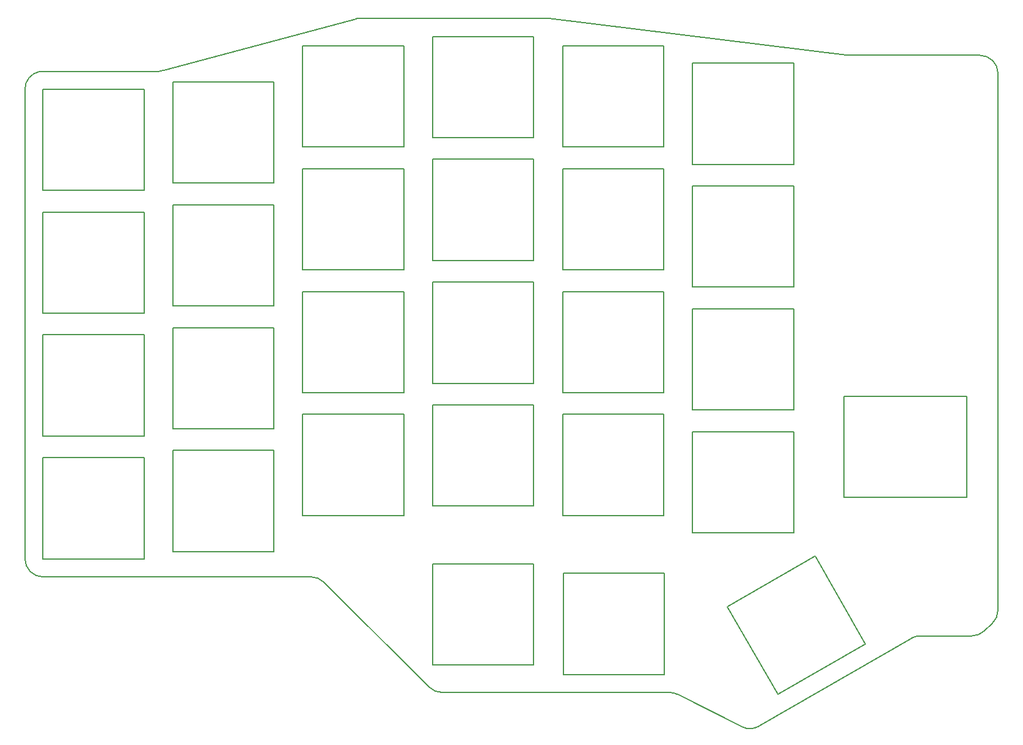
<source format=gbr>
%TF.GenerationSoftware,KiCad,Pcbnew,(5.99.0-8557-g8988e46ab1)*%
%TF.CreationDate,2021-02-27T05:52:11-07:00*%
%TF.ProjectId,SP56_Plate,53503536-5f50-46c6-9174-652e6b696361,rev?*%
%TF.SameCoordinates,Original*%
%TF.FileFunction,Profile,NP*%
%FSLAX46Y46*%
G04 Gerber Fmt 4.6, Leading zero omitted, Abs format (unit mm)*
G04 Created by KiCad (PCBNEW (5.99.0-8557-g8988e46ab1)) date 2021-02-27 05:52:11*
%MOMM*%
%LPD*%
G01*
G04 APERTURE LIST*
%TA.AperFunction,Profile*%
%ADD10C,0.150000*%
%TD*%
G04 APERTURE END LIST*
D10*
X316090619Y-93766253D02*
G75*
G03*
X314967954Y-93499999I-1122665J-2233747D01*
G01*
X348436216Y-86012177D02*
X327370689Y-98174364D01*
X349686216Y-85677241D02*
G75*
G03*
X348436216Y-86012177I-1J-2500000D01*
G01*
X359684849Y-83964398D02*
G75*
G03*
X360489476Y-82127087I-1695373J1837311D01*
G01*
X244907123Y-7355881D02*
G75*
G02*
X244264003Y-7534015I-643120J1071867D01*
G01*
X360489476Y-82127087D02*
X360489476Y-7800000D01*
X324998025Y-98243048D02*
G75*
G03*
X327370689Y-98174364I1122664J2233747D01*
G01*
X298262842Y-218672D02*
G75*
G03*
X297957867Y-200000I-304975J-2481328D01*
G01*
X225675000Y-10000000D02*
X225675000Y-10500000D01*
X281720706Y-92773197D02*
X267084518Y-78226802D01*
X324998025Y-98243048D02*
X316090619Y-93766252D01*
X356851401Y-85677241D02*
G75*
G03*
X358546774Y-85014552I0J2500000D01*
G01*
X360489476Y-7800000D02*
G75*
G03*
X357989476Y-5300000I-2500000J0D01*
G01*
X339453493Y-5281328D02*
G75*
G03*
X339758468Y-5300000I304975J2481328D01*
G01*
X225675000Y-75000000D02*
G75*
G03*
X228175000Y-77500000I2500000J0D01*
G01*
X281720706Y-92773197D02*
G75*
G03*
X283483025Y-93499999I1762319J1773198D01*
G01*
X225675000Y-75000000D02*
X225675000Y-74500000D01*
X339758468Y-5300000D02*
X357989476Y-5300000D01*
X227764003Y-7534015D02*
G75*
G03*
X225675000Y-10000000I410997J-2465985D01*
G01*
X356851402Y-85677241D02*
X349686216Y-85677241D01*
X271975005Y-200000D02*
X297957867Y-199999D01*
X298262842Y-218671D02*
X339453493Y-5281329D01*
X227764003Y-7534015D02*
X244264003Y-7534015D01*
X244907123Y-7355881D02*
X271564007Y-234015D01*
X225675000Y-74500000D02*
X225675000Y-10500000D01*
X314967954Y-93499999D02*
X283483025Y-93499999D01*
X359684849Y-83964397D02*
X358546774Y-85014551D01*
X271975004Y-200000D02*
G75*
G03*
X271564007Y-234015I0J-2500000D01*
G01*
X267084518Y-78226802D02*
G75*
G03*
X265322198Y-77500000I-1762320J-1773198D01*
G01*
X265322198Y-77500000D02*
X228175000Y-77500000D01*
%TO.C,SW2*%
X314175000Y-18000000D02*
X300175000Y-18000000D01*
X300175000Y-4000000D02*
X314175000Y-4000000D01*
X300175000Y-18000000D02*
X300175000Y-4000000D01*
X314175000Y-4000000D02*
X314175000Y-18000000D01*
%TO.C,SW21*%
X296175000Y-67700000D02*
X282175000Y-67700000D01*
X296175000Y-53700000D02*
X296175000Y-67700000D01*
X282175000Y-53700000D02*
X296175000Y-53700000D01*
X282175000Y-67700000D02*
X282175000Y-53700000D01*
%TO.C,SW9*%
X296175000Y-33700000D02*
X282175000Y-33700000D01*
X296175000Y-19700000D02*
X296175000Y-33700000D01*
X282175000Y-19700000D02*
X296175000Y-19700000D01*
X282175000Y-33700000D02*
X282175000Y-19700000D01*
%TO.C,SW1*%
X332175000Y-20400000D02*
X318175000Y-20400000D01*
X318175000Y-20400000D02*
X318175000Y-6400000D01*
X318175000Y-6400000D02*
X332175000Y-6400000D01*
X332175000Y-6400000D02*
X332175000Y-20400000D01*
%TO.C,SW11*%
X246175000Y-40000000D02*
X246175000Y-26000000D01*
X260175000Y-26000000D02*
X260175000Y-40000000D01*
X260175000Y-40000000D02*
X246175000Y-40000000D01*
X246175000Y-26000000D02*
X260175000Y-26000000D01*
%TO.C,SW28*%
X282175000Y-89700000D02*
X282175000Y-75700000D01*
X282175000Y-75700000D02*
X296175000Y-75700000D01*
X296175000Y-75700000D02*
X296175000Y-89700000D01*
X296175000Y-89700000D02*
X282175000Y-89700000D01*
%TO.C,SW26*%
X323012822Y-81637822D02*
X335137178Y-74637822D01*
X330012822Y-93762178D02*
X323012822Y-81637822D01*
X335137178Y-74637822D02*
X342137178Y-86762178D01*
X342137178Y-86762178D02*
X330012822Y-93762178D01*
%TO.C,SW18*%
X242175000Y-58000000D02*
X228175000Y-58000000D01*
X228175000Y-44000000D02*
X242175000Y-44000000D01*
X242175000Y-44000000D02*
X242175000Y-58000000D01*
X228175000Y-58000000D02*
X228175000Y-44000000D01*
%TO.C,SW27*%
X314275000Y-77000000D02*
X314275000Y-91000000D01*
X300275000Y-91000000D02*
X300275000Y-77000000D01*
X314275000Y-91000000D02*
X300275000Y-91000000D01*
X300275000Y-77000000D02*
X314275000Y-77000000D01*
%TO.C,SW19*%
X318175000Y-71400000D02*
X318175000Y-57400000D01*
X332175000Y-57400000D02*
X332175000Y-71400000D01*
X318175000Y-57400000D02*
X332175000Y-57400000D01*
X332175000Y-71400000D02*
X318175000Y-71400000D01*
%TO.C,SW17*%
X260175000Y-57000000D02*
X246175000Y-57000000D01*
X246175000Y-43000000D02*
X260175000Y-43000000D01*
X260175000Y-43000000D02*
X260175000Y-57000000D01*
X246175000Y-57000000D02*
X246175000Y-43000000D01*
%TO.C,SW7*%
X332175000Y-37400000D02*
X318175000Y-37400000D01*
X318175000Y-37400000D02*
X318175000Y-23400000D01*
X318175000Y-23400000D02*
X332175000Y-23400000D01*
X332175000Y-23400000D02*
X332175000Y-37400000D01*
%TO.C,SW15*%
X282175000Y-36700000D02*
X296175000Y-36700000D01*
X296175000Y-50700000D02*
X282175000Y-50700000D01*
X282175000Y-50700000D02*
X282175000Y-36700000D01*
X296175000Y-36700000D02*
X296175000Y-50700000D01*
%TO.C,SW20*%
X300175000Y-69000000D02*
X300175000Y-55000000D01*
X300175000Y-55000000D02*
X314175000Y-55000000D01*
X314175000Y-69000000D02*
X300175000Y-69000000D01*
X314175000Y-55000000D02*
X314175000Y-69000000D01*
%TO.C,SW22*%
X278175000Y-69000000D02*
X264175000Y-69000000D01*
X264175000Y-69000000D02*
X264175000Y-55000000D01*
X264175000Y-55000000D02*
X278175000Y-55000000D01*
X278175000Y-55000000D02*
X278175000Y-69000000D01*
%TO.C,SW16*%
X278175000Y-38000000D02*
X278175000Y-52000000D01*
X264175000Y-52000000D02*
X264175000Y-38000000D01*
X264175000Y-38000000D02*
X278175000Y-38000000D01*
X278175000Y-52000000D02*
X264175000Y-52000000D01*
%TO.C,SW10*%
X278175000Y-21000000D02*
X278175000Y-35000000D01*
X278175000Y-35000000D02*
X264175000Y-35000000D01*
X264175000Y-21000000D02*
X278175000Y-21000000D01*
X264175000Y-35000000D02*
X264175000Y-21000000D01*
%TO.C,SW23*%
X246175000Y-74000000D02*
X246175000Y-60000000D01*
X260175000Y-60000000D02*
X260175000Y-74000000D01*
X260175000Y-74000000D02*
X246175000Y-74000000D01*
X246175000Y-60000000D02*
X260175000Y-60000000D01*
%TO.C,SW5*%
X246175000Y-23000000D02*
X246175000Y-9000000D01*
X246175000Y-9000000D02*
X260175000Y-9000000D01*
X260175000Y-23000000D02*
X246175000Y-23000000D01*
X260175000Y-9000000D02*
X260175000Y-23000000D01*
%TO.C,SW8*%
X314175000Y-35000000D02*
X300175000Y-35000000D01*
X300175000Y-21000000D02*
X314175000Y-21000000D01*
X300175000Y-35000000D02*
X300175000Y-21000000D01*
X314175000Y-21000000D02*
X314175000Y-35000000D01*
%TO.C,SW4*%
X264175000Y-18000000D02*
X264175000Y-4000000D01*
X264175000Y-4000000D02*
X278175000Y-4000000D01*
X278175000Y-4000000D02*
X278175000Y-18000000D01*
X278175000Y-18000000D02*
X264175000Y-18000000D01*
%TO.C,SW13*%
X318175000Y-40400000D02*
X332175000Y-40400000D01*
X332175000Y-54400000D02*
X318175000Y-54400000D01*
X318175000Y-54400000D02*
X318175000Y-40400000D01*
X332175000Y-40400000D02*
X332175000Y-54400000D01*
%TO.C,SW24*%
X228175000Y-75000000D02*
X228175000Y-61000000D01*
X228175000Y-61000000D02*
X242175000Y-61000000D01*
X242175000Y-61000000D02*
X242175000Y-75000000D01*
X242175000Y-75000000D02*
X228175000Y-75000000D01*
%TO.C,SW12*%
X242175000Y-41000000D02*
X228175000Y-41000000D01*
X228175000Y-41000000D02*
X228175000Y-27000000D01*
X242175000Y-27000000D02*
X242175000Y-41000000D01*
X228175000Y-27000000D02*
X242175000Y-27000000D01*
%TO.C,SW3*%
X296175000Y-16700000D02*
X282175000Y-16700000D01*
X282175000Y-2700000D02*
X296175000Y-2700000D01*
X296175000Y-2700000D02*
X296175000Y-16700000D01*
X282175000Y-16700000D02*
X282175000Y-2700000D01*
%TO.C,SW6*%
X228175000Y-10000000D02*
X242175000Y-10000000D01*
X242175000Y-10000000D02*
X242175000Y-24000000D01*
X228175000Y-24000000D02*
X228175000Y-10000000D01*
X242175000Y-24000000D02*
X228175000Y-24000000D01*
%TO.C,SW14*%
X300175000Y-38000000D02*
X314175000Y-38000000D01*
X314175000Y-52000000D02*
X300175000Y-52000000D01*
X314175000Y-38000000D02*
X314175000Y-52000000D01*
X300175000Y-52000000D02*
X300175000Y-38000000D01*
%TO.C,SW25*%
X356175000Y-52500000D02*
X356175000Y-66500000D01*
X339175000Y-52500000D02*
X356175000Y-52500000D01*
X339175000Y-66500000D02*
X339175000Y-52500000D01*
X356175000Y-66500000D02*
X339175000Y-66500000D01*
%TD*%
M02*

</source>
